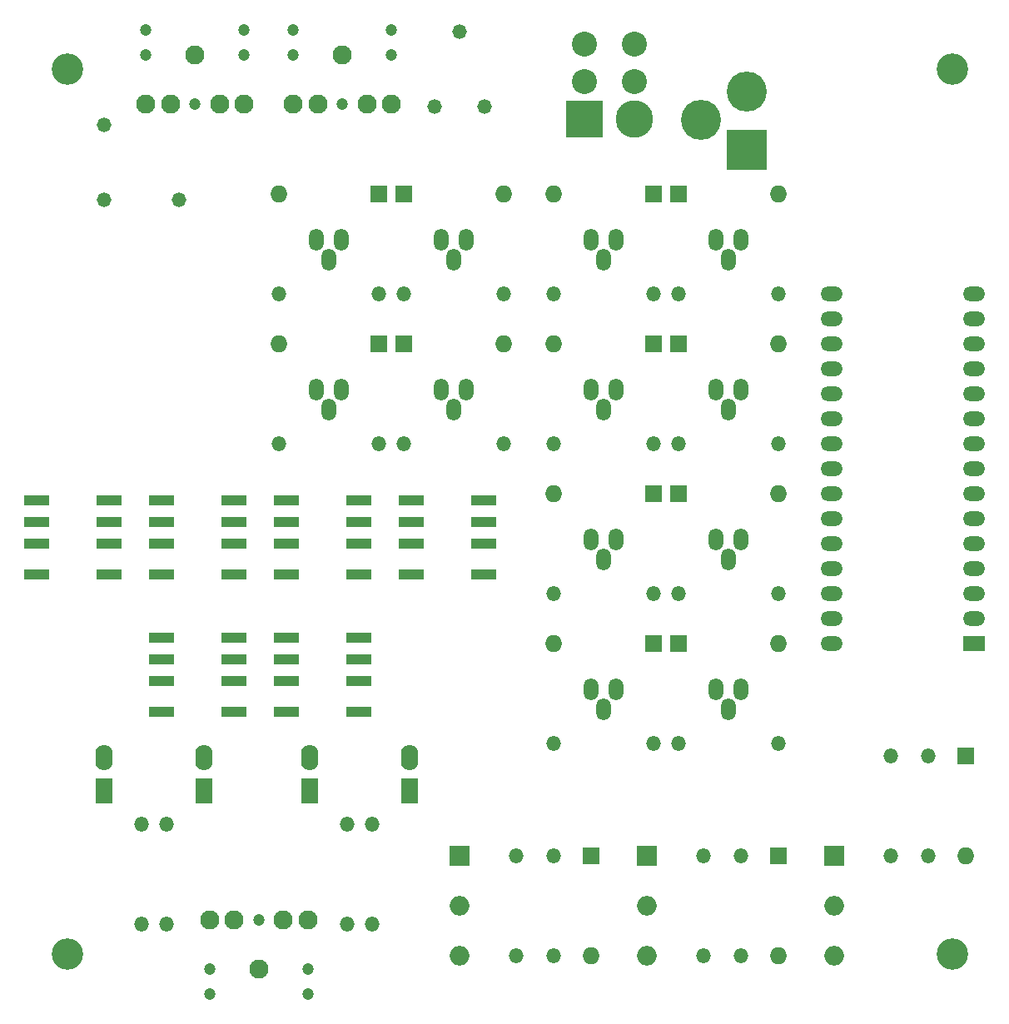
<source format=gts>
G04 (created by PCBNEW (2013-07-07 BZR 4022)-stable) date Sun 01 Nov 2020 01:09:18 PM CST*
%MOIN*%
G04 Gerber Fmt 3.4, Leading zero omitted, Abs format*
%FSLAX34Y34*%
G01*
G70*
G90*
G04 APERTURE LIST*
%ADD10C,0.00590551*%
%ADD11R,0.069X0.069*%
%ADD12O,0.069X0.069*%
%ADD13O,0.059X0.0885*%
%ADD14C,0.0767717*%
%ADD15C,0.0472441*%
%ADD16O,0.059X0.059*%
%ADD17R,0.069X0.1035*%
%ADD18O,0.069X0.1035*%
%ADD19R,0.0885X0.059*%
%ADD20O,0.0885X0.059*%
%ADD21C,0.125984*%
%ADD22R,0.0787402X0.0787402*%
%ADD23O,0.0787402X0.0787402*%
%ADD24R,0.16X0.16*%
%ADD25C,0.16*%
%ADD26R,0.15X0.15*%
%ADD27C,0.15*%
%ADD28C,0.1*%
%ADD29R,0.0984252X0.0393701*%
%ADD30O,0.058X0.058*%
G04 APERTURE END LIST*
G54D10*
G54D11*
X58000Y-92500D03*
G54D12*
X58000Y-96500D03*
G54D13*
X51500Y-73852D03*
X51000Y-74647D03*
X50500Y-73852D03*
X45500Y-67852D03*
X45000Y-68647D03*
X44500Y-67852D03*
X56500Y-85852D03*
X56000Y-86647D03*
X55500Y-85852D03*
X56500Y-73852D03*
X56000Y-74647D03*
X55500Y-73852D03*
X40500Y-73852D03*
X40000Y-74647D03*
X39500Y-73852D03*
X51500Y-79852D03*
X51000Y-80647D03*
X50500Y-79852D03*
X56500Y-79852D03*
X56000Y-80647D03*
X55500Y-79852D03*
X56500Y-67852D03*
X56000Y-68647D03*
X55500Y-67852D03*
X51500Y-67852D03*
X51000Y-68647D03*
X50500Y-67852D03*
X45500Y-73852D03*
X45000Y-74647D03*
X44500Y-73852D03*
X40500Y-67852D03*
X40000Y-68647D03*
X39500Y-67852D03*
X51500Y-85852D03*
X51000Y-86647D03*
X50500Y-85852D03*
G54D14*
X37204Y-97047D03*
X36220Y-95078D03*
X38188Y-95078D03*
X35236Y-95078D03*
X39173Y-95078D03*
G54D15*
X35236Y-97047D03*
X35236Y-98031D03*
X37204Y-95078D03*
X39173Y-97047D03*
X39173Y-98031D03*
G54D16*
X54000Y-76000D03*
X58000Y-76000D03*
X42000Y-70000D03*
X38000Y-70000D03*
X53000Y-76000D03*
X49000Y-76000D03*
X53000Y-82000D03*
X49000Y-82000D03*
X43000Y-70000D03*
X47000Y-70000D03*
X43000Y-76000D03*
X47000Y-76000D03*
X54000Y-82000D03*
X58000Y-82000D03*
X53000Y-88000D03*
X49000Y-88000D03*
X54000Y-88000D03*
X58000Y-88000D03*
X53000Y-70000D03*
X49000Y-70000D03*
X54000Y-70000D03*
X58000Y-70000D03*
X42000Y-76000D03*
X38000Y-76000D03*
X49000Y-96500D03*
X49000Y-92500D03*
X56500Y-96500D03*
X56500Y-92500D03*
X64000Y-92500D03*
X64000Y-88500D03*
X40750Y-95250D03*
X40750Y-91250D03*
X41750Y-95250D03*
X41750Y-91250D03*
X33500Y-95250D03*
X33500Y-91250D03*
X32500Y-95250D03*
X32500Y-91250D03*
G54D17*
X35000Y-89922D03*
G54D18*
X35000Y-88577D03*
G54D17*
X39250Y-89922D03*
G54D18*
X39250Y-88577D03*
G54D17*
X43250Y-89922D03*
G54D18*
X43250Y-88577D03*
G54D17*
X31000Y-89922D03*
G54D18*
X31000Y-88577D03*
G54D11*
X65500Y-88500D03*
G54D12*
X65500Y-92500D03*
G54D11*
X50500Y-92500D03*
G54D12*
X50500Y-96500D03*
G54D11*
X42000Y-72000D03*
G54D12*
X38000Y-72000D03*
G54D11*
X43000Y-72000D03*
G54D12*
X47000Y-72000D03*
G54D11*
X54000Y-66000D03*
G54D12*
X58000Y-66000D03*
G54D11*
X53000Y-66000D03*
G54D12*
X49000Y-66000D03*
G54D11*
X43000Y-66000D03*
G54D12*
X47000Y-66000D03*
G54D11*
X42000Y-66000D03*
G54D12*
X38000Y-66000D03*
G54D11*
X53000Y-84000D03*
G54D12*
X49000Y-84000D03*
G54D11*
X54000Y-84000D03*
G54D12*
X58000Y-84000D03*
G54D11*
X54000Y-72000D03*
G54D12*
X58000Y-72000D03*
G54D11*
X53000Y-72000D03*
G54D12*
X49000Y-72000D03*
G54D11*
X53000Y-78000D03*
G54D12*
X49000Y-78000D03*
G54D11*
X54000Y-78000D03*
G54D12*
X58000Y-78000D03*
G54D19*
X65852Y-84000D03*
G54D20*
X65852Y-83000D03*
X65852Y-82000D03*
X65852Y-81000D03*
X60147Y-79000D03*
X60147Y-80000D03*
X60147Y-81000D03*
X65852Y-80000D03*
X65852Y-79000D03*
X65852Y-78000D03*
X60147Y-78000D03*
X60147Y-77000D03*
X60147Y-76000D03*
X65852Y-77000D03*
X65852Y-76000D03*
X65852Y-75000D03*
X65852Y-74000D03*
X65852Y-73000D03*
X65852Y-72000D03*
X65852Y-71000D03*
X60147Y-75000D03*
X60147Y-74000D03*
X60147Y-73000D03*
X60147Y-72000D03*
X60147Y-71000D03*
X60147Y-70000D03*
X65852Y-70000D03*
X60147Y-82000D03*
X60147Y-83000D03*
X60147Y-84000D03*
G54D21*
X29527Y-61023D03*
X64960Y-61023D03*
X64960Y-96456D03*
X29527Y-96456D03*
G54D22*
X60250Y-92500D03*
G54D23*
X60250Y-94500D03*
X60250Y-96500D03*
G54D22*
X52750Y-92500D03*
G54D23*
X52750Y-94500D03*
X52750Y-96500D03*
G54D22*
X45250Y-92500D03*
G54D23*
X45250Y-94500D03*
X45250Y-96500D03*
G54D24*
X56750Y-64250D03*
G54D25*
X56750Y-61900D03*
X54900Y-63050D03*
G54D26*
X50250Y-63000D03*
G54D27*
X52250Y-63000D03*
G54D28*
X50250Y-61500D03*
X52250Y-61500D03*
X52250Y-60000D03*
X50250Y-60000D03*
G54D16*
X47500Y-92500D03*
X47500Y-96500D03*
X55000Y-92500D03*
X55000Y-96500D03*
X62500Y-88500D03*
X62500Y-92500D03*
G54D29*
X33293Y-85500D03*
X33293Y-84633D03*
X33293Y-83767D03*
X33293Y-86759D03*
X36206Y-85500D03*
X36206Y-84633D03*
X36206Y-83767D03*
X36206Y-86759D03*
X38293Y-85500D03*
X38293Y-84633D03*
X38293Y-83767D03*
X38293Y-86759D03*
X41206Y-85500D03*
X41206Y-84633D03*
X41206Y-83767D03*
X41206Y-86759D03*
X43293Y-80000D03*
X43293Y-79133D03*
X43293Y-78267D03*
X43293Y-81259D03*
X46206Y-80000D03*
X46206Y-79133D03*
X46206Y-78267D03*
X46206Y-81259D03*
X38293Y-80000D03*
X38293Y-79133D03*
X38293Y-78267D03*
X38293Y-81259D03*
X41206Y-80000D03*
X41206Y-79133D03*
X41206Y-78267D03*
X41206Y-81259D03*
X33293Y-80000D03*
X33293Y-79133D03*
X33293Y-78267D03*
X33293Y-81259D03*
X36206Y-80000D03*
X36206Y-79133D03*
X36206Y-78267D03*
X36206Y-81259D03*
X28293Y-80000D03*
X28293Y-79133D03*
X28293Y-78267D03*
X28293Y-81259D03*
X31206Y-80000D03*
X31206Y-79133D03*
X31206Y-78267D03*
X31206Y-81259D03*
G54D14*
X34645Y-60433D03*
X35629Y-62401D03*
X33661Y-62401D03*
X36614Y-62401D03*
X32677Y-62401D03*
G54D15*
X36614Y-60433D03*
X36614Y-59448D03*
X34645Y-62401D03*
X32677Y-60433D03*
X32677Y-59448D03*
G54D14*
X40551Y-60433D03*
X41535Y-62401D03*
X39566Y-62401D03*
X42519Y-62401D03*
X38582Y-62401D03*
G54D15*
X42519Y-60433D03*
X42519Y-59448D03*
X40551Y-62401D03*
X38582Y-60433D03*
X38582Y-59448D03*
G54D30*
X45250Y-59500D03*
X46250Y-62500D03*
X44250Y-62500D03*
X31000Y-66250D03*
X34000Y-66250D03*
X31000Y-63250D03*
M02*

</source>
